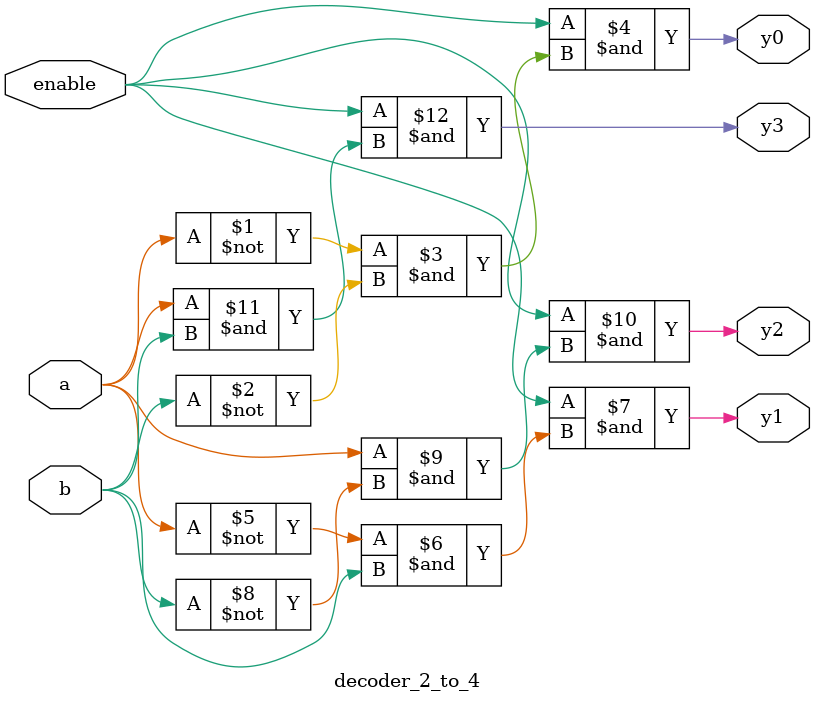
<source format=v>
module decoder_2_to_4(y0, y1, y2, y3, a, b, enable);

input a, b, enable;
output wire y0, y1, y2, y3;

assign y0 = enable & (~a & ~b);
assign y1 = enable & (~a & b);
assign y2 = enable & (a & ~b);
assign y3 = enable & (a & b);

endmodule
</source>
